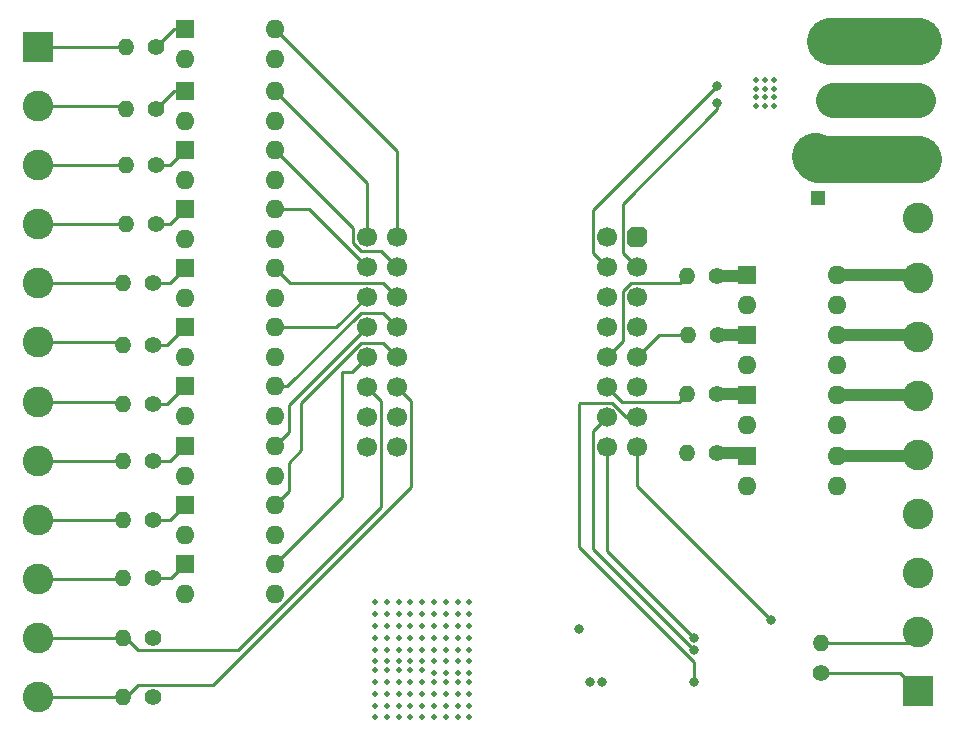
<source format=gbr>
%TF.GenerationSoftware,KiCad,Pcbnew,7.0.5*%
%TF.CreationDate,2023-06-28T09:46:49+02:00*%
%TF.ProjectId,ESP32RIO,45535033-3252-4494-9f2e-6b696361645f,rev?*%
%TF.SameCoordinates,Original*%
%TF.FileFunction,Copper,L2,Inr*%
%TF.FilePolarity,Positive*%
%FSLAX46Y46*%
G04 Gerber Fmt 4.6, Leading zero omitted, Abs format (unit mm)*
G04 Created by KiCad (PCBNEW 7.0.5) date 2023-06-28 09:46:49*
%MOMM*%
%LPD*%
G01*
G04 APERTURE LIST*
G04 Aperture macros list*
%AMFreePoly0*
4,1,19,-0.850000,0.255000,-0.829726,0.408997,-0.770285,0.552500,-0.675729,0.675729,-0.552500,0.770285,-0.408997,0.829726,-0.255000,0.850000,0.510000,0.850000,0.850000,0.510000,0.850000,-0.255000,0.829726,-0.408997,0.770285,-0.552500,0.675729,-0.675729,0.552500,-0.770285,0.408997,-0.829726,0.255000,-0.850000,-0.510000,-0.850000,-0.850000,-0.510000,-0.850000,0.255000,-0.850000,0.255000,
$1*%
G04 Aperture macros list end*
%TA.AperFunction,ComponentPad*%
%ADD10C,1.400000*%
%TD*%
%TA.AperFunction,ComponentPad*%
%ADD11O,1.400000X1.400000*%
%TD*%
%TA.AperFunction,ComponentPad*%
%ADD12R,1.200000X1.200000*%
%TD*%
%TA.AperFunction,ComponentPad*%
%ADD13C,1.200000*%
%TD*%
%TA.AperFunction,ComponentPad*%
%ADD14R,1.600000X1.600000*%
%TD*%
%TA.AperFunction,ComponentPad*%
%ADD15O,1.600000X1.600000*%
%TD*%
%TA.AperFunction,ComponentPad*%
%ADD16R,2.600000X2.600000*%
%TD*%
%TA.AperFunction,ComponentPad*%
%ADD17C,2.600000*%
%TD*%
%TA.AperFunction,ComponentPad*%
%ADD18C,1.700000*%
%TD*%
%TA.AperFunction,ComponentPad*%
%ADD19FreePoly0,180.000000*%
%TD*%
%TA.AperFunction,ViaPad*%
%ADD20C,0.500000*%
%TD*%
%TA.AperFunction,ViaPad*%
%ADD21C,0.800000*%
%TD*%
%TA.AperFunction,Conductor*%
%ADD22C,0.250000*%
%TD*%
%TA.AperFunction,Conductor*%
%ADD23C,3.000000*%
%TD*%
%TA.AperFunction,Conductor*%
%ADD24C,1.000000*%
%TD*%
%TA.AperFunction,Conductor*%
%ADD25C,4.000000*%
%TD*%
G04 APERTURE END LIST*
D10*
%TO.N,GND*%
%TO.C,R17*%
X119220000Y-107750000D03*
D11*
%TO.N,Net-(J2-Pin_11)*%
X116680000Y-107750000D03*
%TD*%
D12*
%TO.N,GND*%
%TO.C,C4*%
X175500000Y-70500000D03*
D13*
%TO.N,Net-(J1-Pin_10)*%
X175500000Y-68500000D03*
%TD*%
D14*
%TO.N,Net-(R8-Pad1)*%
%TO.C,U8*%
X121950000Y-91475000D03*
D15*
%TO.N,GND*%
X121950000Y-94015000D03*
X129570000Y-94015000D03*
%TO.N,Net-(U11-GPIO33)*%
X129570000Y-91475000D03*
%TD*%
D14*
%TO.N,Net-(R4-Pad1)*%
%TO.C,U4*%
X121950000Y-71475000D03*
D15*
%TO.N,GND*%
X121950000Y-74015000D03*
X129570000Y-74015000D03*
%TO.N,Net-(U11-GPIO37)*%
X129570000Y-71475000D03*
%TD*%
D10*
%TO.N,Net-(R7-Pad1)*%
%TO.C,R7*%
X119220000Y-88000000D03*
D11*
%TO.N,Net-(J2-Pin_7)*%
X116680000Y-88000000D03*
%TD*%
D10*
%TO.N,Net-(R3-Pad1)*%
%TO.C,R3*%
X119470000Y-67750000D03*
D11*
%TO.N,Net-(J2-Pin_3)*%
X116930000Y-67750000D03*
%TD*%
D14*
%TO.N,Net-(R1-Pad1)*%
%TO.C,U1*%
X121950000Y-56225000D03*
D15*
%TO.N,GND*%
X121950000Y-58765000D03*
X129570000Y-58765000D03*
%TO.N,Net-(U11-GPIO40)*%
X129570000Y-56225000D03*
%TD*%
D10*
%TO.N,Net-(R11-Pad1)*%
%TO.C,R11*%
X167002032Y-77102460D03*
D11*
%TO.N,Net-(U11-GPIO8)*%
X164462032Y-77102460D03*
%TD*%
D14*
%TO.N,Net-(R10-Pad1)*%
%TO.C,U10*%
X121950000Y-101475000D03*
D15*
%TO.N,GND*%
X121950000Y-104015000D03*
X129570000Y-104015000D03*
%TO.N,Net-(U11-GPIO18)*%
X129570000Y-101475000D03*
%TD*%
D14*
%TO.N,Net-(R13-Pad1)*%
%TO.C,U14*%
X169482032Y-87234126D03*
D15*
%TO.N,GND*%
X169482032Y-89774126D03*
%TO.N,Net-(J1-Pin_4)*%
X177102032Y-89774126D03*
%TO.N,Net-(J1-Pin_6)*%
X177102032Y-87234126D03*
%TD*%
D14*
%TO.N,Net-(R14-Pad1)*%
%TO.C,U16*%
X169482032Y-92327459D03*
D15*
%TO.N,GND*%
X169482032Y-94867459D03*
%TO.N,Net-(J1-Pin_4)*%
X177102032Y-94867459D03*
%TO.N,Net-(J1-Pin_5)*%
X177102032Y-92327459D03*
%TD*%
D10*
%TO.N,Net-(R13-Pad1)*%
%TO.C,R13*%
X167002032Y-87102460D03*
D11*
%TO.N,Net-(U11-GPIO10)*%
X164462032Y-87102460D03*
%TD*%
D10*
%TO.N,Net-(J1-Pin_1)*%
%TO.C,R15*%
X175750000Y-110720000D03*
D11*
%TO.N,Net-(J1-Pin_2)*%
X175750000Y-108180000D03*
%TD*%
D10*
%TO.N,Net-(R6-Pad1)*%
%TO.C,R6*%
X119220000Y-83000000D03*
D11*
%TO.N,Net-(J2-Pin_6)*%
X116680000Y-83000000D03*
%TD*%
D14*
%TO.N,Net-(R9-Pad1)*%
%TO.C,U9*%
X121950000Y-96475000D03*
D15*
%TO.N,GND*%
X121950000Y-99015000D03*
X129570000Y-99015000D03*
%TO.N,Net-(U11-GPIO21)*%
X129570000Y-96475000D03*
%TD*%
D10*
%TO.N,Net-(R4-Pad1)*%
%TO.C,R4*%
X119470000Y-72750000D03*
D11*
%TO.N,Net-(J2-Pin_4)*%
X116930000Y-72750000D03*
%TD*%
D10*
%TO.N,Net-(R12-Pad1)*%
%TO.C,R12*%
X167032032Y-82102460D03*
D11*
%TO.N,Net-(U11-GPIO9)*%
X164492032Y-82102460D03*
%TD*%
D10*
%TO.N,Net-(R9-Pad1)*%
%TO.C,R9*%
X119220000Y-97750000D03*
D11*
%TO.N,Net-(J2-Pin_9)*%
X116680000Y-97750000D03*
%TD*%
D10*
%TO.N,Net-(R1-Pad1)*%
%TO.C,R1*%
X119470000Y-57750000D03*
D11*
%TO.N,Net-(J2-Pin_1)*%
X116930000Y-57750000D03*
%TD*%
D10*
%TO.N,Net-(R10-Pad1)*%
%TO.C,R10*%
X119220000Y-102669888D03*
D11*
%TO.N,Net-(J2-Pin_10)*%
X116680000Y-102669888D03*
%TD*%
D10*
%TO.N,Net-(R8-Pad1)*%
%TO.C,R8*%
X119220000Y-92750000D03*
D11*
%TO.N,Net-(J2-Pin_8)*%
X116680000Y-92750000D03*
%TD*%
D14*
%TO.N,Net-(R11-Pad1)*%
%TO.C,U12*%
X169462032Y-77047460D03*
D15*
%TO.N,GND*%
X169462032Y-79587460D03*
%TO.N,Net-(J1-Pin_4)*%
X177082032Y-79587460D03*
%TO.N,Net-(J1-Pin_8)*%
X177082032Y-77047460D03*
%TD*%
D16*
%TO.N,Net-(J1-Pin_1)*%
%TO.C,J1*%
X184000000Y-112250000D03*
D17*
%TO.N,Net-(J1-Pin_2)*%
X184000000Y-107250000D03*
%TO.N,+24V*%
X184000000Y-102250000D03*
%TO.N,Net-(J1-Pin_4)*%
X184000000Y-97250000D03*
%TO.N,Net-(J1-Pin_5)*%
X184000000Y-92250000D03*
%TO.N,Net-(J1-Pin_6)*%
X184000000Y-87250000D03*
%TO.N,Net-(J1-Pin_7)*%
X184000000Y-82250000D03*
%TO.N,Net-(J1-Pin_8)*%
X184000000Y-77250000D03*
%TO.N,GND*%
X184000000Y-72250000D03*
%TO.N,Net-(J1-Pin_10)*%
X184000000Y-67250000D03*
%TO.N,Net-(J1-Pin_11)*%
X184000000Y-62250000D03*
%TO.N,Net-(J1-Pin_12)*%
X184000000Y-57250000D03*
%TD*%
D10*
%TO.N,Net-(R2-Pad1)*%
%TO.C,R2*%
X119470000Y-63000000D03*
D11*
%TO.N,Net-(J2-Pin_2)*%
X116930000Y-63000000D03*
%TD*%
D10*
%TO.N,GND*%
%TO.C,R16*%
X119220000Y-112750000D03*
D11*
%TO.N,Net-(J2-Pin_12)*%
X116680000Y-112750000D03*
%TD*%
D14*
%TO.N,Net-(R3-Pad1)*%
%TO.C,U3*%
X121950000Y-66475000D03*
D15*
%TO.N,GND*%
X121950000Y-69015000D03*
X129570000Y-69015000D03*
%TO.N,Net-(U11-GPIO38)*%
X129570000Y-66475000D03*
%TD*%
D14*
%TO.N,Net-(R12-Pad1)*%
%TO.C,U13*%
X169482032Y-82140793D03*
D15*
%TO.N,GND*%
X169482032Y-84680793D03*
%TO.N,Net-(J1-Pin_4)*%
X177102032Y-84680793D03*
%TO.N,Net-(J1-Pin_7)*%
X177102032Y-82140793D03*
%TD*%
D14*
%TO.N,Net-(R7-Pad1)*%
%TO.C,U7*%
X121950000Y-86475000D03*
D15*
%TO.N,GND*%
X121950000Y-89015000D03*
X129570000Y-89015000D03*
%TO.N,Net-(U11-GPIO34)*%
X129570000Y-86475000D03*
%TD*%
D10*
%TO.N,Net-(R5-Pad1)*%
%TO.C,R5*%
X119220000Y-77750000D03*
D11*
%TO.N,Net-(J2-Pin_5)*%
X116680000Y-77750000D03*
%TD*%
D14*
%TO.N,Net-(R5-Pad1)*%
%TO.C,U5*%
X121950000Y-76475000D03*
D15*
%TO.N,GND*%
X121950000Y-79015000D03*
X129570000Y-79015000D03*
%TO.N,Net-(U11-GPIO36)*%
X129570000Y-76475000D03*
%TD*%
D14*
%TO.N,Net-(R6-Pad1)*%
%TO.C,U6*%
X121950000Y-81475000D03*
D15*
%TO.N,GND*%
X121950000Y-84015000D03*
X129570000Y-84015000D03*
%TO.N,Net-(U11-GPIO35)*%
X129570000Y-81475000D03*
%TD*%
D10*
%TO.N,Net-(R14-Pad1)*%
%TO.C,R14*%
X167002032Y-92102460D03*
D11*
%TO.N,Net-(U11-GPIO11)*%
X164462032Y-92102460D03*
%TD*%
D14*
%TO.N,Net-(R2-Pad1)*%
%TO.C,U2*%
X121950000Y-61475000D03*
D15*
%TO.N,GND*%
X121950000Y-64015000D03*
X129570000Y-64015000D03*
%TO.N,Net-(U11-GPIO39)*%
X129570000Y-61475000D03*
%TD*%
D16*
%TO.N,Net-(J2-Pin_1)*%
%TO.C,J2*%
X109500000Y-57750000D03*
D17*
%TO.N,Net-(J2-Pin_2)*%
X109500000Y-62750000D03*
%TO.N,Net-(J2-Pin_3)*%
X109500000Y-67750000D03*
%TO.N,Net-(J2-Pin_4)*%
X109500000Y-72750000D03*
%TO.N,Net-(J2-Pin_5)*%
X109500000Y-77750000D03*
%TO.N,Net-(J2-Pin_6)*%
X109500000Y-82750000D03*
%TO.N,Net-(J2-Pin_7)*%
X109500000Y-87750000D03*
%TO.N,Net-(J2-Pin_8)*%
X109500000Y-92750000D03*
%TO.N,Net-(J2-Pin_9)*%
X109500000Y-97750000D03*
%TO.N,Net-(J2-Pin_10)*%
X109500000Y-102750000D03*
%TO.N,Net-(J2-Pin_11)*%
X109500000Y-107750000D03*
%TO.N,Net-(J2-Pin_12)*%
X109500000Y-112750000D03*
%TD*%
D18*
%TO.N,Net-(U11-GPIO40)*%
%TO.C,U11*%
X139842500Y-73805000D03*
%TO.N,Net-(U11-GPIO38)*%
X139842500Y-76345000D03*
%TO.N,Net-(U11-GPIO36)*%
X139842500Y-78885000D03*
%TO.N,Net-(U11-GPIO34)*%
X139842500Y-81425000D03*
%TO.N,Net-(U11-GPIO21)*%
X139842500Y-83965000D03*
%TO.N,Net-(J2-Pin_12)*%
X139842500Y-86505000D03*
%TO.N,GND*%
X139842500Y-89045000D03*
%TO.N,unconnected-(U11-GPIO15-Pad25)*%
X139842500Y-91585000D03*
%TO.N,/TX-O*%
X157622500Y-91585000D03*
%TO.N,/RTS*%
X157622500Y-89045000D03*
%TO.N,Net-(U11-GPIO10)*%
X157622500Y-86505000D03*
%TO.N,Net-(U11-GPIO8)*%
X157622500Y-83965000D03*
%TO.N,unconnected-(U11-GPIO6-Pad20)*%
X157622500Y-81425000D03*
%TO.N,unconnected-(U11-GPIO4-Pad19)*%
X157622500Y-78885000D03*
%TO.N,Net-(U11-GPIO2)*%
X157622500Y-76345000D03*
%TO.N,unconnected-(U11-GPIO1-Pad17)*%
X157622500Y-73805000D03*
%TO.N,Net-(U11-GPIO39)*%
X137302500Y-73805000D03*
%TO.N,Net-(U11-GPIO37)*%
X137302500Y-76345000D03*
%TO.N,Net-(U11-GPIO35)*%
X137302500Y-78885000D03*
%TO.N,Net-(U11-GPIO33)*%
X137302500Y-81425000D03*
%TO.N,Net-(U11-GPIO18)*%
X137302500Y-83965000D03*
%TO.N,Net-(J2-Pin_11)*%
X137302500Y-86505000D03*
%TO.N,GND*%
X137302500Y-89045000D03*
%TO.N,Net-(U11-VBUS)*%
X137302500Y-91585000D03*
%TO.N,Net-(U11-3V3)*%
X160162500Y-91585000D03*
%TO.N,/RX-I*%
X160162500Y-89045000D03*
%TO.N,Net-(U11-GPIO11)*%
X160162500Y-86505000D03*
%TO.N,Net-(U11-GPIO9)*%
X160162500Y-83965000D03*
%TO.N,unconnected-(U11-GPIO7-Pad4)*%
X160162500Y-81425000D03*
%TO.N,unconnected-(U11-GPIO5-Pad3)*%
X160162500Y-78885000D03*
%TO.N,Net-(U11-GPIO3)*%
X160162500Y-76345000D03*
D19*
%TO.N,unconnected-(U11-EN-Pad1)*%
X160162500Y-73805000D03*
%TD*%
D20*
%TO.N,Net-(J1-Pin_11)*%
X177000000Y-62750000D03*
X176000000Y-62750000D03*
X176000000Y-61750000D03*
X177000000Y-61750000D03*
X177250000Y-62250000D03*
X176500000Y-63000000D03*
X175750000Y-62250000D03*
X176500000Y-61500000D03*
X176500000Y-62250000D03*
%TO.N,GND*%
X142000000Y-113500000D03*
X142000000Y-110500000D03*
X142000000Y-111500000D03*
X142000000Y-114500000D03*
X142000000Y-112500000D03*
X141000000Y-114500000D03*
X140000000Y-114500000D03*
X138000000Y-114500000D03*
X139000000Y-114500000D03*
X146000000Y-114500000D03*
X146000000Y-113500000D03*
X145000000Y-113500000D03*
X145000000Y-114500000D03*
X146000000Y-111500000D03*
X143000000Y-113500000D03*
X144000000Y-114500000D03*
X143000000Y-111500000D03*
X143000000Y-112500000D03*
X146000000Y-112500000D03*
X144000000Y-112500000D03*
X144000000Y-113500000D03*
X145000000Y-112500000D03*
X145000000Y-111500000D03*
X144000000Y-111500000D03*
X143000000Y-114500000D03*
X146000000Y-110750000D03*
X146000000Y-109750000D03*
X145000000Y-109750000D03*
X145000000Y-110750000D03*
X146000000Y-107750000D03*
X143000000Y-109750000D03*
X144000000Y-110750000D03*
X143000000Y-107750000D03*
X143000000Y-108750000D03*
X146000000Y-108750000D03*
X144000000Y-108750000D03*
X144000000Y-109750000D03*
X145000000Y-108750000D03*
X145000000Y-107750000D03*
X144000000Y-107750000D03*
X143000000Y-110750000D03*
X141000000Y-113500000D03*
X141000000Y-112500000D03*
X140000000Y-112500000D03*
X140000000Y-113500000D03*
X141000000Y-110500000D03*
X138000000Y-112500000D03*
X139000000Y-113500000D03*
X138000000Y-110500000D03*
X138000000Y-111500000D03*
X141000000Y-111500000D03*
X139000000Y-111500000D03*
X139000000Y-112500000D03*
X140000000Y-111500000D03*
X140000000Y-110500000D03*
X139000000Y-110500000D03*
X138000000Y-113500000D03*
X142000000Y-109750000D03*
X142000000Y-107750000D03*
X142000000Y-108750000D03*
X141000000Y-109750000D03*
X141000000Y-107750000D03*
X141000000Y-108750000D03*
X140000000Y-109750000D03*
X140000000Y-107750000D03*
X140000000Y-108750000D03*
X139000000Y-109750000D03*
X139000000Y-107750000D03*
X139000000Y-108750000D03*
X146000000Y-106750000D03*
X146000000Y-104750000D03*
X146000000Y-105750000D03*
X145000000Y-106750000D03*
X145000000Y-104750000D03*
X145000000Y-105750000D03*
X144000000Y-106750000D03*
X144000000Y-104750000D03*
X144000000Y-105750000D03*
X143000000Y-106750000D03*
X143000000Y-104750000D03*
X143000000Y-105750000D03*
X142000000Y-106750000D03*
X142000000Y-104750000D03*
X142000000Y-105750000D03*
X141000000Y-106750000D03*
X141000000Y-104750000D03*
X141000000Y-105750000D03*
X140000000Y-106750000D03*
X140000000Y-104750000D03*
X140000000Y-105750000D03*
X139000000Y-106750000D03*
X139000000Y-104750000D03*
X139000000Y-105750000D03*
X138000000Y-109750000D03*
X138000000Y-108750000D03*
X138000000Y-107750000D03*
X138000000Y-106750000D03*
X138000000Y-105750000D03*
X138000000Y-104750000D03*
X171750000Y-62750000D03*
X171000000Y-62750000D03*
X170250000Y-62750000D03*
X170250000Y-62000000D03*
X171000000Y-62000000D03*
X171750000Y-62000000D03*
X171750000Y-61250000D03*
X171000000Y-61250000D03*
X170250000Y-61250000D03*
X171750000Y-60500000D03*
X171000000Y-60500000D03*
X170250000Y-60500000D03*
%TO.N,Net-(J1-Pin_10)*%
X174750000Y-67500000D03*
X174500000Y-67000000D03*
X175250000Y-67750000D03*
X175250000Y-67000000D03*
X175750000Y-66500000D03*
X174750000Y-66500000D03*
X176000000Y-67000000D03*
X175750000Y-67500000D03*
X175250000Y-66250000D03*
%TO.N,Net-(J1-Pin_12)*%
X176000000Y-57750000D03*
X177000000Y-57750000D03*
X176000000Y-56750000D03*
X176500000Y-58000000D03*
X175750000Y-57250000D03*
X176500000Y-57250000D03*
X177250000Y-57250000D03*
X176500000Y-56500000D03*
D21*
%TO.N,Net-(U11-VBUS)*%
X155250000Y-107000000D03*
%TO.N,+24V*%
X156250000Y-111500000D03*
X157250000Y-111500000D03*
%TO.N,Net-(U11-3V3)*%
X171500000Y-106250000D03*
%TO.N,/RX-I*%
X165000000Y-111500000D03*
%TO.N,/RTS*%
X165000000Y-108750000D03*
%TO.N,/TX-O*%
X165000000Y-107750000D03*
%TO.N,Net-(U11-GPIO3)*%
X167000000Y-62500000D03*
%TO.N,Net-(U11-GPIO2)*%
X167000000Y-61000000D03*
D20*
%TO.N,Net-(J1-Pin_12)*%
X177000000Y-56750000D03*
%TD*%
D22*
%TO.N,Net-(J2-Pin_12)*%
X139842500Y-86505000D02*
X141017500Y-87680000D01*
X141017500Y-87680000D02*
X141017500Y-94982500D01*
X141017500Y-94982500D02*
X124275000Y-111725000D01*
X124275000Y-111725000D02*
X117955000Y-111725000D01*
X117955000Y-111725000D02*
X116930000Y-112750000D01*
%TO.N,Net-(J2-Pin_11)*%
X137302500Y-86505000D02*
X138477500Y-87680000D01*
X138477500Y-87680000D02*
X138477500Y-96698491D01*
X117955000Y-108775000D02*
X116930000Y-107750000D01*
X138477500Y-96698491D02*
X126400991Y-108775000D01*
X126400991Y-108775000D02*
X117955000Y-108775000D01*
%TO.N,Net-(J2-Pin_12)*%
X109500000Y-112750000D02*
X116930000Y-112750000D01*
%TO.N,Net-(J2-Pin_11)*%
X109500000Y-107750000D02*
X116930000Y-107750000D01*
D23*
%TO.N,Net-(J1-Pin_11)*%
X184000000Y-62250000D02*
X176750000Y-62250000D01*
%TO.N,Net-(J1-Pin_10)*%
X176000000Y-67250000D02*
X175500000Y-67250000D01*
D22*
%TO.N,Net-(U11-GPIO18)*%
X135250000Y-95795000D02*
X135250000Y-85250000D01*
X129570000Y-101475000D02*
X135250000Y-95795000D01*
X135250000Y-85250000D02*
X136017500Y-85250000D01*
X136017500Y-85250000D02*
X137302500Y-83965000D01*
%TO.N,Net-(U11-GPIO21)*%
X129570000Y-96475000D02*
X130695000Y-95350000D01*
X130695000Y-95350000D02*
X130695000Y-92945000D01*
X130695000Y-92945000D02*
X131750000Y-91890000D01*
X131750000Y-91890000D02*
X131750000Y-87855799D01*
X131750000Y-87855799D02*
X136815799Y-82790000D01*
X136815799Y-82790000D02*
X138667500Y-82790000D01*
X138667500Y-82790000D02*
X139842500Y-83965000D01*
%TO.N,Net-(U11-GPIO33)*%
X129570000Y-91475000D02*
X130695000Y-90350000D01*
X130695000Y-90350000D02*
X130695000Y-88032500D01*
X130695000Y-88032500D02*
X137302500Y-81425000D01*
%TO.N,Net-(U11-GPIO34)*%
X129570000Y-86475000D02*
X130590799Y-86475000D01*
X130590799Y-86475000D02*
X136815799Y-80250000D01*
X138667500Y-80250000D02*
X139842500Y-81425000D01*
X136815799Y-80250000D02*
X138667500Y-80250000D01*
%TO.N,Net-(U11-GPIO35)*%
X129570000Y-81475000D02*
X134712500Y-81475000D01*
X134712500Y-81475000D02*
X137302500Y-78885000D01*
%TO.N,Net-(U11-GPIO36)*%
X129570000Y-76475000D02*
X130805000Y-77710000D01*
X130805000Y-77710000D02*
X138667500Y-77710000D01*
X138667500Y-77710000D02*
X139842500Y-78885000D01*
%TO.N,Net-(U11-GPIO37)*%
X129570000Y-71475000D02*
X132432500Y-71475000D01*
X132432500Y-71475000D02*
X137302500Y-76345000D01*
%TO.N,Net-(U11-GPIO38)*%
X129570000Y-66475000D02*
X136127500Y-73032500D01*
X136127500Y-73032500D02*
X136127500Y-74291701D01*
X136127500Y-74291701D02*
X136835799Y-75000000D01*
X136835799Y-75000000D02*
X138497500Y-75000000D01*
X138497500Y-75000000D02*
X139842500Y-76345000D01*
%TO.N,Net-(U11-GPIO39)*%
X129570000Y-61475000D02*
X137302500Y-69207500D01*
X137302500Y-69207500D02*
X137302500Y-73805000D01*
%TO.N,Net-(U11-GPIO40)*%
X129570000Y-56225000D02*
X139842500Y-66497500D01*
X139842500Y-66497500D02*
X139842500Y-73805000D01*
%TO.N,Net-(R10-Pad1)*%
X119220000Y-102669888D02*
X120755112Y-102669888D01*
X120755112Y-102669888D02*
X121950000Y-101475000D01*
%TO.N,Net-(R9-Pad1)*%
X119220000Y-97750000D02*
X120675000Y-97750000D01*
X120675000Y-97750000D02*
X121950000Y-96475000D01*
%TO.N,Net-(R8-Pad1)*%
X119220000Y-92750000D02*
X120675000Y-92750000D01*
X120675000Y-92750000D02*
X121950000Y-91475000D01*
%TO.N,Net-(R7-Pad1)*%
X119220000Y-88000000D02*
X120425000Y-88000000D01*
X120425000Y-88000000D02*
X121950000Y-86475000D01*
%TO.N,Net-(R6-Pad1)*%
X119220000Y-83000000D02*
X120425000Y-83000000D01*
X120425000Y-83000000D02*
X121950000Y-81475000D01*
%TO.N,Net-(R5-Pad1)*%
X119220000Y-77750000D02*
X120675000Y-77750000D01*
X120675000Y-77750000D02*
X121950000Y-76475000D01*
%TO.N,Net-(R4-Pad1)*%
X119470000Y-72750000D02*
X120675000Y-72750000D01*
X120675000Y-72750000D02*
X121950000Y-71475000D01*
%TO.N,Net-(J2-Pin_10)*%
X109500000Y-102750000D02*
X116599888Y-102750000D01*
X116599888Y-102750000D02*
X116680000Y-102669888D01*
%TO.N,Net-(J2-Pin_9)*%
X116680000Y-97750000D02*
X109500000Y-97750000D01*
%TO.N,Net-(J2-Pin_8)*%
X109500000Y-92750000D02*
X116680000Y-92750000D01*
%TO.N,Net-(J2-Pin_7)*%
X109500000Y-87750000D02*
X116430000Y-87750000D01*
X116430000Y-87750000D02*
X116680000Y-88000000D01*
%TO.N,Net-(J2-Pin_6)*%
X109500000Y-82750000D02*
X116430000Y-82750000D01*
X116430000Y-82750000D02*
X116680000Y-83000000D01*
%TO.N,Net-(J2-Pin_5)*%
X109500000Y-77750000D02*
X116680000Y-77750000D01*
%TO.N,Net-(J2-Pin_4)*%
X109500000Y-72750000D02*
X116930000Y-72750000D01*
%TO.N,Net-(J1-Pin_1)*%
X175750000Y-110720000D02*
X182470000Y-110720000D01*
X182470000Y-110720000D02*
X184000000Y-112250000D01*
%TO.N,Net-(J1-Pin_2)*%
X175750000Y-108180000D02*
X183070000Y-108180000D01*
X183070000Y-108180000D02*
X184000000Y-107250000D01*
%TO.N,Net-(U11-3V3)*%
X160162500Y-94912500D02*
X171500000Y-106250000D01*
X160162500Y-91585000D02*
X160162500Y-94912500D01*
%TO.N,/RX-I*%
X165000000Y-109775305D02*
X165000000Y-111500000D01*
X155250000Y-100025305D02*
X165000000Y-109775305D01*
X155250000Y-88000000D02*
X155250000Y-100025305D01*
X160162500Y-89045000D02*
X159284201Y-89045000D01*
X159284201Y-89045000D02*
X158109201Y-87870000D01*
X158109201Y-87870000D02*
X155380000Y-87870000D01*
X155380000Y-87870000D02*
X155250000Y-88000000D01*
%TO.N,/RTS*%
X164974695Y-108750000D02*
X165000000Y-108750000D01*
X156447500Y-100222805D02*
X164974695Y-108750000D01*
X156447500Y-90220000D02*
X156447500Y-100222805D01*
X157622500Y-89045000D02*
X156447500Y-90220000D01*
%TO.N,/TX-O*%
X157622500Y-100372500D02*
X165000000Y-107750000D01*
X157622500Y-91585000D02*
X157622500Y-100372500D01*
%TO.N,Net-(U11-GPIO10)*%
X164462032Y-87102460D02*
X163762032Y-87802460D01*
X163762032Y-87802460D02*
X158919960Y-87802460D01*
X158919960Y-87802460D02*
X157622500Y-86505000D01*
%TO.N,Net-(U11-GPIO9)*%
X164492032Y-82102460D02*
X162025040Y-82102460D01*
X162025040Y-82102460D02*
X160162500Y-83965000D01*
%TO.N,Net-(U11-GPIO8)*%
X157622500Y-83965000D02*
X158987500Y-82600000D01*
X158987500Y-82600000D02*
X158987500Y-78398299D01*
X158987500Y-78398299D02*
X159675799Y-77710000D01*
X159675799Y-77710000D02*
X163854492Y-77710000D01*
X163854492Y-77710000D02*
X164462032Y-77102460D01*
%TO.N,Net-(U11-GPIO3)*%
X160162500Y-76345000D02*
X158987500Y-75170000D01*
X167000000Y-63000000D02*
X167000000Y-62500000D01*
X159000000Y-71000000D02*
X167000000Y-63000000D01*
X158987500Y-75170000D02*
X158987500Y-71012500D01*
X158987500Y-71012500D02*
X159000000Y-71000000D01*
%TO.N,Net-(U11-GPIO2)*%
X156447500Y-71552500D02*
X167000000Y-61000000D01*
X156447500Y-75170000D02*
X156447500Y-71552500D01*
X157622500Y-76345000D02*
X156447500Y-75170000D01*
D24*
%TO.N,Net-(R14-Pad1)*%
X167002032Y-92102460D02*
X169257033Y-92102460D01*
X169257033Y-92102460D02*
X169482032Y-92327459D01*
%TO.N,Net-(R13-Pad1)*%
X167002032Y-87102460D02*
X169350366Y-87102460D01*
X169350366Y-87102460D02*
X169482032Y-87234126D01*
%TO.N,Net-(R12-Pad1)*%
X167032032Y-82102460D02*
X169443699Y-82102460D01*
X169443699Y-82102460D02*
X169482032Y-82140793D01*
%TO.N,Net-(R11-Pad1)*%
X167002032Y-77102460D02*
X169407032Y-77102460D01*
X169407032Y-77102460D02*
X169462032Y-77047460D01*
%TO.N,Net-(J1-Pin_5)*%
X177102032Y-92327459D02*
X183922541Y-92327459D01*
X183922541Y-92327459D02*
X184000000Y-92250000D01*
%TO.N,Net-(J1-Pin_6)*%
X177102032Y-87234126D02*
X183984126Y-87234126D01*
X183984126Y-87234126D02*
X184000000Y-87250000D01*
%TO.N,Net-(J1-Pin_7)*%
X177102032Y-82140793D02*
X183890793Y-82140793D01*
X183890793Y-82140793D02*
X184000000Y-82250000D01*
%TO.N,Net-(J1-Pin_8)*%
X177082032Y-77047460D02*
X183797460Y-77047460D01*
X183797460Y-77047460D02*
X184000000Y-77250000D01*
D25*
%TO.N,Net-(J1-Pin_10)*%
X175500000Y-67250000D02*
X175250000Y-67000000D01*
X184000000Y-67250000D02*
X175500000Y-67250000D01*
%TO.N,Net-(J1-Pin_12)*%
X184000000Y-57250000D02*
X176500000Y-57250000D01*
D22*
%TO.N,Net-(R1-Pad1)*%
X120995000Y-56225000D02*
X121950000Y-56225000D01*
X119470000Y-57750000D02*
X120995000Y-56225000D01*
%TO.N,Net-(R2-Pad1)*%
X119470000Y-63000000D02*
X120995000Y-61475000D01*
X120995000Y-61475000D02*
X121950000Y-61475000D01*
%TO.N,Net-(R3-Pad1)*%
X119470000Y-67750000D02*
X120675000Y-67750000D01*
X120675000Y-67750000D02*
X121950000Y-66475000D01*
%TO.N,Net-(J2-Pin_1)*%
X109500000Y-57750000D02*
X116930000Y-57750000D01*
%TO.N,Net-(J2-Pin_3)*%
X109500000Y-67750000D02*
X116930000Y-67750000D01*
%TO.N,Net-(J2-Pin_2)*%
X109500000Y-62750000D02*
X116680000Y-62750000D01*
X116680000Y-62750000D02*
X116930000Y-63000000D01*
%TD*%
M02*

</source>
